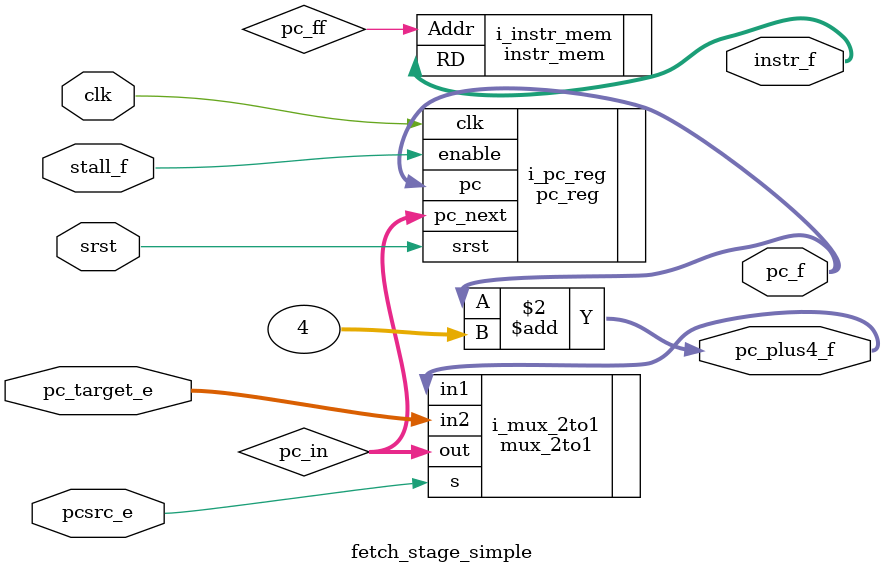
<source format=sv>
module fetch_stage_simple(
	input clk,
	input srst,
	input stall_f,
	input pcsrc_e,
	input [31:0]pc_target_e,
	output logic [31:0]instr_f,
	output logic [31:0]pc_f,
	output logic [31:0]pc_plus4_f);


	logic [31:0] pc_in;//input to pc_reg
	

// mux to selection pc_in value
	mux_2to1 i_mux_2to1 (
		.in1(pc_plus4_f),// plus 4 in previous pc value to jump om next instrc as word addressable mem anf each word of 4bytes
		.in2(pc_target_e),//form execution stage //branch and jal instr 
		.s(pcsrc_e),//to check if jal or branch
		.out(pc_in));

//pc_f + 4 ,pc_f adder
	always_comb begin : proc_pc_mux
		pc_plus4_f = pc_f + 4;
	end

	logic enable;
	logic [31:0] pc_next;

//pc reg
	pc_reg i_pc_reg (
		.clk(clk),
		.srst(srst),
		.enable(stall_f),//stall is active high else pc+4 and when stall it wont updated the pc value
		.pc_next(pc_in),
		.pc(pc_f)
		);
//instruction memory
	instr_mem i_instr_mem (
		.Addr(pc_ff),
		.RD(instr_f)
		 );




endmodule
</source>
